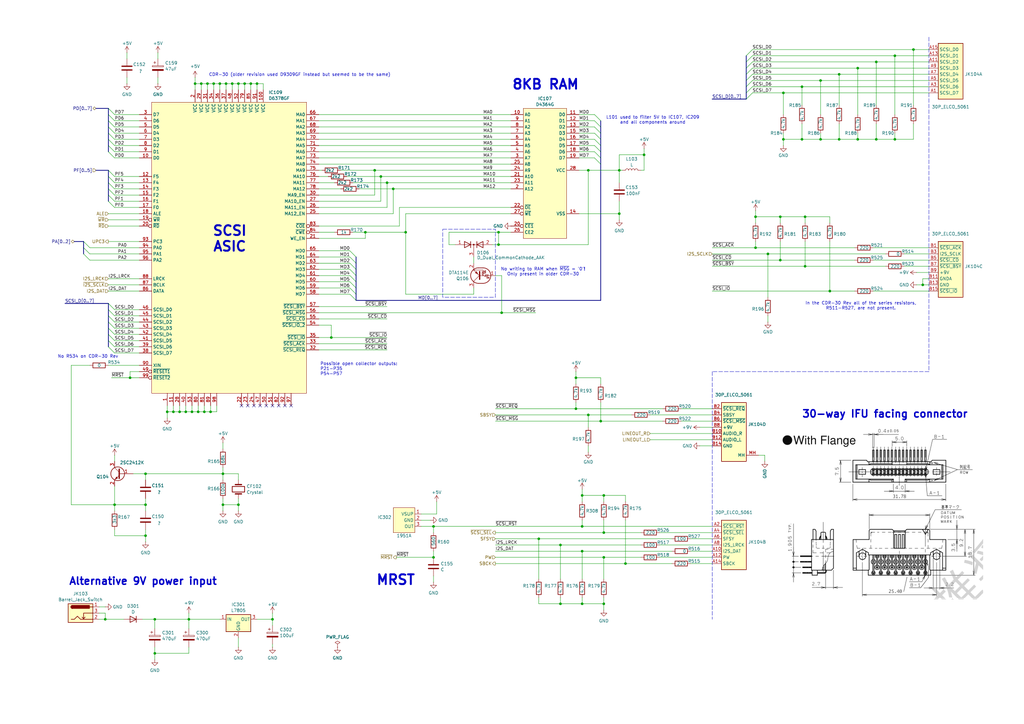
<source format=kicad_sch>
(kicad_sch (version 20231120) (generator "eeschema") (generator_version "8.0")
  (paper "A3")
  (title_block (title "PC-Engine CDR-30A (CD-ROM2) Schematics - MAIN PWR") (date "2025-02-09") (rev "0.3") (company "Author: Regis Galland"))
  (junction (at 205.74 128.27))
  (junction (at 314.96 104.14))
  (junction (at 321.31 57.15))
  (junction (at 330.2 88.9))
  (junction (at 161.29 77.47))
  (junction (at 80.01 34.29))
  (junction (at 320.04 106.68))
  (junction (at 59.69 219.71))
  (junction (at 105.41 34.29))
  (junction (at 378.46 116.84))
  (junction (at 246.38 172.72))
  (junction (at 330.2 109.22))
  (junction (at 247.65 228.6))
  (junction (at 204.47 95.25))
  (junction (at 68.58 168.91))
  (junction (at 91.44 194.31))
  (junction (at 83.82 168.91))
  (junction (at 340.36 119.38))
  (junction (at 238.76 203.2))
  (junction (at 254 69.85))
  (junction (at 43.18 254))
  (junction (at 97.79 34.29))
  (junction (at 367.03 57.15))
  (junction (at 177.8 228.6))
  (junction (at 309.88 101.6))
  (junction (at 351.79 57.15))
  (junction (at 156.21 72.39))
  (junction (at 247.65 203.2))
  (junction (at 63.5 254))
  (junction (at 166.37 95.25))
  (junction (at 321.31 38.1))
  (junction (at 90.17 34.29))
  (junction (at 247.65 247.65))
  (junction (at 254 87.63))
  (junction (at 374.65 20.32))
  (junction (at 77.47 254))
  (junction (at 238.76 226.06))
  (junction (at 91.44 207.01))
  (junction (at 86.36 168.91))
  (junction (at 238.76 247.65))
  (junction (at 95.25 34.29))
  (junction (at 87.63 34.29))
  (junction (at 320.04 88.9))
  (junction (at 220.98 220.98))
  (junction (at 73.66 168.91))
  (junction (at 359.41 57.15))
  (junction (at 158.75 74.93))
  (junction (at 229.87 223.52))
  (junction (at 82.55 34.29))
  (junction (at 153.67 69.85))
  (junction (at 351.79 27.94))
  (junction (at 135.89 138.43))
  (junction (at 309.88 88.9))
  (junction (at 336.55 33.02))
  (junction (at 238.76 215.9))
  (junction (at 236.22 167.64))
  (junction (at 328.93 35.56))
  (junction (at 78.74 168.91))
  (junction (at 59.69 207.01))
  (junction (at 367.03 22.86))
  (junction (at 236.22 154.94))
  (junction (at 336.55 57.15))
  (junction (at 76.2 168.91))
  (junction (at 344.17 57.15))
  (junction (at 247.65 218.44))
  (junction (at 71.12 168.91))
  (junction (at 241.3 69.85))
  (junction (at 241.3 170.18))
  (junction (at 100.33 34.29))
  (junction (at 63.5 267.97))
  (junction (at 328.93 57.15))
  (junction (at 59.69 194.31))
  (junction (at 46.99 207.01))
  (junction (at 359.41 25.4))
  (junction (at 81.28 168.91))
  (junction (at 92.71 34.29))
  (junction (at 97.79 207.01))
  (junction (at 53.34 154.94))
  (junction (at 344.17 30.48))
  (junction (at 111.76 254))
  (junction (at 102.87 34.29))
  (junction (at 264.16 63.5))
  (junction (at 85.09 34.29))
  (junction (at 177.8 215.9))
  (junction (at 149.86 95.25))
  (junction (at 229.87 247.65))
  (junction (at 204.47 100.33))
  (junction (at 256.54 231.14))
  (no_connect (at 109.22 166.37))
  (no_connect (at 104.14 166.37))
  (no_connect (at 116.84 166.37))
  (no_connect (at 106.68 166.37))
  (no_connect (at 101.6 166.37))
  (no_connect (at 119.38 166.37))
  (no_connect (at 99.06 166.37))
  (no_connect (at 114.3 166.37))
  (no_connect (at 111.76 166.37))
  (bus_entry (at 44.45 57.15) (size 2.54 2.54))
  (bus_entry (at 306.07 22.86) (size 2.54 -2.54))
  (bus_entry (at 44.45 59.69) (size 2.54 2.54))
  (bus_entry (at 34.29 104.14) (size 2.54 2.54))
  (bus_entry (at 46.99 74.93) (size -2.54 -2.54))
  (bus_entry (at 243.84 46.99) (size 2.54 2.54))
  (bus_entry (at 44.45 139.7) (size 2.54 2.54))
  (bus_entry (at 243.84 49.53) (size 2.54 2.54))
  (bus_entry (at 46.99 85.09) (size -2.54 -2.54))
  (bus_entry (at 44.45 44.45) (size 2.54 2.54))
  (bus_entry (at 306.07 25.4) (size 2.54 -2.54))
  (bus_entry (at 143.51 118.11) (size 2.54 2.54))
  (bus_entry (at 143.51 102.87) (size 2.54 2.54))
  (bus_entry (at 306.07 33.02) (size 2.54 -2.54))
  (bus_entry (at 243.84 54.61) (size 2.54 2.54))
  (bus_entry (at 34.29 101.6) (size 2.54 2.54))
  (bus_entry (at 46.99 77.47) (size -2.54 -2.54))
  (bus_entry (at 44.45 52.07) (size 2.54 2.54))
  (bus_entry (at 46.99 80.01) (size -2.54 -2.54))
  (bus_entry (at 306.07 35.56) (size 2.54 -2.54))
  (bus_entry (at 44.45 124.46) (size 2.54 2.54))
  (bus_entry (at 44.45 62.23) (size 2.54 2.54))
  (bus_entry (at 243.84 52.07) (size 2.54 2.54))
  (bus_entry (at 44.45 46.99) (size 2.54 2.54))
  (bus_entry (at 143.51 113.03) (size 2.54 2.54))
  (bus_entry (at 143.51 110.49) (size 2.54 2.54))
  (bus_entry (at 44.45 134.62) (size 2.54 2.54))
  (bus_entry (at 44.45 132.08) (size 2.54 2.54))
  (bus_entry (at 46.99 82.55) (size -2.54 -2.54))
  (bus_entry (at 243.84 57.15) (size 2.54 2.54))
  (bus_entry (at 143.51 120.65) (size 2.54 2.54))
  (bus_entry (at 306.07 30.48) (size 2.54 -2.54))
  (bus_entry (at 143.51 105.41) (size 2.54 2.54))
  (bus_entry (at 143.51 115.57) (size 2.54 2.54))
  (bus_entry (at 44.45 49.53) (size 2.54 2.54))
  (bus_entry (at 44.45 129.54) (size 2.54 2.54))
  (bus_entry (at 243.84 59.69) (size 2.54 2.54))
  (bus_entry (at 306.07 40.64) (size 2.54 -2.54))
  (bus_entry (at 306.07 38.1) (size 2.54 -2.54))
  (bus_entry (at 44.45 137.16) (size 2.54 2.54))
  (bus_entry (at 44.45 127) (size 2.54 2.54))
  (bus_entry (at 46.99 72.39) (size -2.54 -2.54))
  (bus_entry (at 34.29 99.06) (size 2.54 2.54))
  (bus_entry (at 44.45 54.61) (size 2.54 2.54))
  (bus_entry (at 243.84 62.23) (size 2.54 2.54))
  (bus_entry (at 143.51 107.95) (size 2.54 2.54))
  (bus_entry (at 243.84 64.77) (size 2.54 2.54))
  (bus_entry (at 306.07 27.94) (size 2.54 -2.54))
  (bus_entry (at 44.45 142.24) (size 2.54 2.54))
  (wire (pts (xy 238.76 203.2) (xy 247.65 203.2)))
  (wire (pts (xy 328.93 35.56) (xy 328.93 43.18)))
  (wire (pts (xy 179.07 205.74) (xy 179.07 210.82)))
  (wire (pts (xy 243.84 52.07) (xy 237.49 52.07)))
  (wire (pts (xy 68.58 168.91) (xy 71.12 168.91)))
  (wire (pts (xy 241.3 170.18) (xy 259.08 170.18)))
  (wire (pts (xy 236.22 154.94) (xy 236.22 152.4)))
  (wire (pts (xy 68.58 171.45) (xy 68.58 168.91)))
  (wire (pts (xy 264.16 60.96) (xy 264.16 63.5)))
  (wire (pts (xy 97.79 204.47) (xy 97.79 207.01)))
  (wire (pts (xy 156.21 72.39) (xy 209.55 72.39)))
  (wire (pts (xy 264.16 63.5) (xy 264.16 69.85)))
  (wire (pts (xy 97.79 209.55) (xy 97.79 207.01)))
  (wire (pts (xy 163.83 85.09) (xy 209.55 85.09)))
  (wire (pts (xy 367.03 57.15) (xy 359.41 57.15)))
  (wire (pts (xy 88.9 168.91) (xy 86.36 168.91)))
  (wire (pts (xy 85.09 36.83) (xy 85.09 34.29)))
  (bus (pts (xy 44.45 74.93) (xy 44.45 77.47)))
  (wire (pts (xy 57.15 152.4) (xy 53.34 152.4)))
  (wire (pts (xy 254 63.5) (xy 264.16 63.5)))
  (wire (pts (xy 83.82 166.37) (xy 83.82 168.91)))
  (wire (pts (xy 203.2 223.52) (xy 229.87 223.52)))
  (wire (pts (xy 130.81 69.85) (xy 132.08 69.85)))
  (wire (pts (xy 381 33.02) (xy 336.55 33.02)))
  (wire (pts (xy 52.07 31.75) (xy 52.07 34.29)))
  (wire (pts (xy 90.17 254) (xy 77.47 254)))
  (wire (pts (xy 46.99 52.07) (xy 57.15 52.07)))
  (bus (pts (xy 44.45 57.15) (xy 44.45 59.69)))
  (wire (pts (xy 87.63 36.83) (xy 87.63 34.29)))
  (wire (pts (xy 29.21 207.01) (xy 29.21 149.86)))
  (wire (pts (xy 243.84 46.99) (xy 237.49 46.99)))
  (wire (pts (xy 95.25 36.83) (xy 95.25 34.29)))
  (wire (pts (xy 85.09 34.29) (xy 82.55 34.29)))
  (wire (pts (xy 203.2 226.06) (xy 238.76 226.06)))
  (wire (pts (xy 92.71 36.83) (xy 92.71 34.29)))
  (wire (pts (xy 320.04 88.9) (xy 320.04 91.44)))
  (wire (pts (xy 130.81 87.63) (xy 161.29 87.63)))
  (wire (pts (xy 59.69 219.71) (xy 59.69 222.25)))
  (wire (pts (xy 166.37 120.65) (xy 166.37 95.25)))
  (wire (pts (xy 374.65 50.8) (xy 374.65 57.15)))
  (wire (pts (xy 77.47 254) (xy 77.47 251.46)))
  (wire (pts (xy 254 69.85) (xy 241.3 69.85)))
  (wire (pts (xy 40.64 251.46) (xy 43.18 251.46)))
  (wire (pts (xy 46.99 82.55) (xy 57.15 82.55)))
  (bus (pts (xy 34.29 101.6) (xy 34.29 99.06)))
  (wire (pts (xy 262.89 223.52) (xy 229.87 223.52)))
  (wire (pts (xy 130.81 113.03) (xy 143.51 113.03)))
  (wire (pts (xy 130.81 110.49) (xy 143.51 110.49)))
  (wire (pts (xy 130.81 72.39) (xy 134.62 72.39)))
  (wire (pts (xy 247.65 203.2) (xy 256.54 203.2)))
  (wire (pts (xy 46.99 57.15) (xy 57.15 57.15)))
  (wire (pts (xy 292.1 101.6) (xy 309.88 101.6)))
  (wire (pts (xy 203.2 172.72) (xy 246.38 172.72)))
  (wire (pts (xy 254 90.17) (xy 254 87.63)))
  (wire (pts (xy 247.65 247.65) (xy 247.65 250.19)))
  (wire (pts (xy 130.81 64.77) (xy 209.55 64.77)))
  (wire (pts (xy 130.81 118.11) (xy 143.51 118.11)))
  (wire (pts (xy 130.81 57.15) (xy 209.55 57.15)))
  (wire (pts (xy 107.95 34.29) (xy 105.41 34.29)))
  (bus (pts (xy 44.45 137.16) (xy 44.45 139.7)))
  (wire (pts (xy 130.81 67.31) (xy 209.55 67.31)))
  (wire (pts (xy 321.31 38.1) (xy 321.31 46.99)))
  (wire (pts (xy 77.47 254) (xy 77.47 257.81)))
  (bus (pts (xy 246.38 54.61) (xy 246.38 57.15)))
  (wire (pts (xy 344.17 30.48) (xy 344.17 43.18)))
  (bus (pts (xy 44.45 127) (xy 44.45 129.54)))
  (wire (pts (xy 374.65 20.32) (xy 374.65 43.18)))
  (wire (pts (xy 88.9 166.37) (xy 88.9 168.91)))
  (wire (pts (xy 243.84 62.23) (xy 237.49 62.23)))
  (bus (pts (xy 146.05 110.49) (xy 146.05 113.03)))
  (wire (pts (xy 358.14 119.38) (xy 381 119.38)))
  (wire (pts (xy 158.75 74.93) (xy 209.55 74.93)))
  (wire (pts (xy 314.96 104.14) (xy 314.96 121.92)))
  (wire (pts (xy 247.65 237.49) (xy 247.65 228.6)))
  (wire (pts (xy 367.03 54.61) (xy 367.03 57.15)))
  (wire (pts (xy 243.84 64.77) (xy 237.49 64.77)))
  (bus (pts (xy 44.45 49.53) (xy 44.45 52.07)))
  (wire (pts (xy 46.99 144.78) (xy 57.15 144.78)))
  (wire (pts (xy 378.46 114.3) (xy 378.46 116.84)))
  (wire (pts (xy 246.38 165.1) (xy 246.38 172.72)))
  (wire (pts (xy 45.72 154.94) (xy 53.34 154.94)))
  (wire (pts (xy 63.5 254) (xy 77.47 254)))
  (wire (pts (xy 82.55 36.83) (xy 82.55 34.29)))
  (wire (pts (xy 100.33 34.29) (xy 102.87 34.29)))
  (wire (pts (xy 367.03 22.86) (xy 308.61 22.86)))
  (bus (pts (xy 44.45 80.01) (xy 44.45 77.47)))
  (wire (pts (xy 309.88 88.9) (xy 320.04 88.9)))
  (wire (pts (xy 266.7 170.18) (xy 292.1 170.18)))
  (wire (pts (xy 161.29 87.63) (xy 161.29 77.47)))
  (wire (pts (xy 130.81 62.23) (xy 209.55 62.23)))
  (wire (pts (xy 203.2 220.98) (xy 220.98 220.98)))
  (wire (pts (xy 97.79 34.29) (xy 95.25 34.29)))
  (wire (pts (xy 105.41 254) (xy 111.76 254)))
  (wire (pts (xy 266.7 180.34) (xy 292.1 180.34)))
  (wire (pts (xy 130.81 143.51) (xy 158.75 143.51)))
  (wire (pts (xy 130.81 105.41) (xy 143.51 105.41)))
  (wire (pts (xy 172.72 210.82) (xy 179.07 210.82)))
  (bus (pts (xy 146.05 115.57) (xy 146.05 118.11)))
  (wire (pts (xy 351.79 57.15) (xy 344.17 57.15)))
  (wire (pts (xy 336.55 57.15) (xy 328.93 57.15)))
  (wire (pts (xy 100.33 36.83) (xy 100.33 34.29)))
  (wire (pts (xy 308.61 27.94) (xy 351.79 27.94)))
  (wire (pts (xy 63.5 257.81) (xy 63.5 254)))
  (bus (pts (xy 246.38 57.15) (xy 246.38 59.69)))
  (wire (pts (xy 44.45 87.63) (xy 57.15 87.63)))
  (wire (pts (xy 275.59 226.06) (xy 238.76 226.06)))
  (wire (pts (xy 46.99 219.71) (xy 59.69 219.71)))
  (wire (pts (xy 149.86 97.79) (xy 149.86 95.25)))
  (wire (pts (xy 375.92 111.76) (xy 381 111.76)))
  (bus (pts (xy 146.05 105.41) (xy 146.05 107.95)))
  (wire (pts (xy 86.36 166.37) (xy 86.36 168.91)))
  (wire (pts (xy 203.2 170.18) (xy 241.3 170.18)))
  (wire (pts (xy 59.69 204.47) (xy 59.69 207.01)))
  (wire (pts (xy 243.84 59.69) (xy 237.49 59.69)))
  (wire (pts (xy 359.41 25.4) (xy 359.41 43.18)))
  (wire (pts (xy 83.82 168.91) (xy 86.36 168.91)))
  (wire (pts (xy 105.41 36.83) (xy 105.41 34.29)))
  (wire (pts (xy 130.81 80.01) (xy 153.67 80.01)))
  (wire (pts (xy 46.99 49.53) (xy 57.15 49.53)))
  (wire (pts (xy 340.36 119.38) (xy 350.52 119.38)))
  (wire (pts (xy 177.8 226.06) (xy 177.8 228.6)))
  (bus (pts (xy 30.48 99.06) (xy 34.29 99.06)))
  (wire (pts (xy 219.71 128.27) (xy 205.74 128.27)))
  (wire (pts (xy 256.54 213.36) (xy 256.54 231.14)))
  (wire (pts (xy 59.69 194.31) (xy 59.69 196.85)))
  (wire (pts (xy 87.63 34.29) (xy 85.09 34.29)))
  (bus (pts (xy 44.45 69.85) (xy 44.45 72.39)))
  (wire (pts (xy 236.22 154.94) (xy 246.38 154.94)))
  (wire (pts (xy 107.95 36.83) (xy 107.95 34.29)))
  (wire (pts (xy 381 30.48) (xy 344.17 30.48)))
  (wire (pts (xy 320.04 99.06) (xy 320.04 106.68)))
  (wire (pts (xy 161.29 77.47) (xy 209.55 77.47)))
  (wire (pts (xy 229.87 237.49) (xy 229.87 223.52)))
  (polyline (pts (xy 381 15.24) (xy 381 152.4)) (stroke (width 0) (type dash)))
  (wire (pts (xy 238.76 213.36) (xy 238.76 215.9)))
  (wire (pts (xy 308.61 35.56) (xy 328.93 35.56)))
  (wire (pts (xy 63.5 254) (xy 58.42 254)))
  (wire (pts (xy 359.41 57.15) (xy 351.79 57.15)))
  (bus (pts (xy 26.67 124.46) (xy 44.45 124.46)))
  (wire (pts (xy 44.45 114.3) (xy 57.15 114.3)))
  (wire (pts (xy 176.53 213.36) (xy 172.72 213.36)))
  (wire (pts (xy 166.37 87.63) (xy 209.55 87.63)))
  (wire (pts (xy 130.81 133.35) (xy 135.89 133.35)))
  (wire (pts (xy 246.38 172.72) (xy 271.78 172.72)))
  (bus (pts (xy 146.05 113.03) (xy 146.05 115.57)))
  (wire (pts (xy 330.2 88.9) (xy 330.2 91.44)))
  (wire (pts (xy 209.55 95.25) (xy 204.47 95.25)))
  (wire (pts (xy 130.81 115.57) (xy 143.51 115.57)))
  (bus (pts (xy 44.45 54.61) (xy 44.45 57.15)))
  (wire (pts (xy 80.01 34.29) (xy 80.01 36.83)))
  (wire (pts (xy 378.46 116.84) (xy 381 116.84)))
  (wire (pts (xy 241.3 100.33) (xy 241.3 69.85)))
  (wire (pts (xy 78.74 166.37) (xy 78.74 168.91)))
  (wire (pts (xy 262.89 228.6) (xy 247.65 228.6)))
  (wire (pts (xy 340.36 99.06) (xy 340.36 119.38)))
  (wire (pts (xy 142.24 72.39) (xy 156.21 72.39)))
  (wire (pts (xy 309.88 101.6) (xy 350.52 101.6)))
  (wire (pts (xy 95.25 34.29) (xy 92.71 34.29)))
  (wire (pts (xy 203.2 231.14) (xy 256.54 231.14)))
  (wire (pts (xy 287.02 175.26) (xy 292.1 175.26)))
  (wire (pts (xy 130.81 77.47) (xy 139.7 77.47)))
  (wire (pts (xy 36.83 106.68) (xy 57.15 106.68)))
  (wire (pts (xy 320.04 106.68) (xy 350.52 106.68)))
  (wire (pts (xy 57.15 154.94) (xy 53.34 154.94)))
  (wire (pts (xy 336.55 33.02) (xy 336.55 46.99)))
  (wire (pts (xy 90.17 34.29) (xy 87.63 34.29)))
  (wire (pts (xy 254 69.85) (xy 254 63.5)))
  (bus (pts (xy 146.05 118.11) (xy 146.05 120.65)))
  (bus (pts (xy 44.45 44.45) (xy 44.45 46.99)))
  (wire (pts (xy 177.8 215.9) (xy 238.76 215.9)))
  (wire (pts (xy 92.71 34.29) (xy 90.17 34.29)))
  (bus (pts (xy 306.07 35.56) (xy 306.07 33.02)))
  (wire (pts (xy 139.7 69.85) (xy 153.67 69.85)))
  (wire (pts (xy 46.99 132.08) (xy 57.15 132.08)))
  (wire (pts (xy 292.1 220.98) (xy 283.21 220.98)))
  (wire (pts (xy 309.88 99.06) (xy 309.88 101.6)))
  (wire (pts (xy 205.74 113.03) (xy 205.74 128.27)))
  (wire (pts (xy 256.54 231.14) (xy 275.59 231.14)))
  (wire (pts (xy 374.65 20.32) (xy 308.61 20.32)))
  (wire (pts (xy 184.15 95.25) (xy 184.15 100.33)))
  (wire (pts (xy 63.5 265.43) (xy 63.5 267.97)))
  (wire (pts (xy 46.99 207.01) (xy 59.69 207.01)))
  (wire (pts (xy 378.46 114.3) (xy 381 114.3)))
  (wire (pts (xy 44.45 99.06) (xy 57.15 99.06)))
  (wire (pts (xy 370.84 104.14) (xy 381 104.14)))
  (wire (pts (xy 44.45 92.71) (xy 57.15 92.71)))
  (wire (pts (xy 130.81 74.93) (xy 137.16 74.93)))
  (wire (pts (xy 292.1 223.52) (xy 270.51 223.52)))
  (wire (pts (xy 46.99 85.09) (xy 57.15 85.09)))
  (bus (pts (xy 146.05 120.65) (xy 146.05 123.19)))
  (wire (pts (xy 130.81 97.79) (xy 149.86 97.79)))
  (wire (pts (xy 81.28 168.91) (xy 83.82 168.91)))
  (wire (pts (xy 46.99 64.77) (xy 57.15 64.77)))
  (bus (pts (xy 44.45 129.54) (xy 44.45 132.08)))
  (wire (pts (xy 130.81 95.25) (xy 137.16 95.25)))
  (wire (pts (xy 344.17 50.8) (xy 344.17 57.15)))
  (wire (pts (xy 162.56 228.6) (xy 177.8 228.6)))
  (wire (pts (xy 156.21 72.39) (xy 156.21 82.55)))
  (wire (pts (xy 351.79 54.61) (xy 351.79 57.15)))
  (bus (pts (xy 246.38 64.77) (xy 246.38 67.31)))
  (wire (pts (xy 313.69 189.23) (xy 313.69 186.69)))
  (wire (pts (xy 330.2 99.06) (xy 330.2 109.22)))
  (wire (pts (xy 91.44 191.77) (xy 91.44 194.31)))
  (wire (pts (xy 97.79 265.43) (xy 97.79 261.62)))
  (wire (pts (xy 82.55 34.29) (xy 80.01 34.29)))
  (wire (pts (xy 130.81 85.09) (xy 158.75 85.09)))
  (wire (pts (xy 220.98 237.49) (xy 220.98 220.98)))
  (bus (pts (xy 39.37 44.45) (xy 44.45 44.45)))
  (wire (pts (xy 78.74 168.91) (xy 81.28 168.91)))
  (wire (pts (xy 130.81 52.07) (xy 209.55 52.07)))
  (wire (pts (xy 229.87 245.11) (xy 229.87 247.65)))
  (wire (pts (xy 46.99 209.55) (xy 46.99 207.01)))
  (wire (pts (xy 81.28 166.37) (xy 81.28 168.91)))
  (bus (pts (xy 306.07 27.94) (xy 306.07 25.4)))
  (wire (pts (xy 76.2 168.91) (xy 78.74 168.91)))
  (wire (pts (xy 97.79 36.83) (xy 97.79 34.29)))
  (wire (pts (xy 46.99 129.54) (xy 57.15 129.54)))
  (wire (pts (xy 320.04 88.9) (xy 330.2 88.9)))
  (wire (pts (xy 71.12 166.37) (xy 71.12 168.91)))
  (wire (pts (xy 130.81 102.87) (xy 143.51 102.87)))
  (wire (pts (xy 194.31 105.41) (xy 194.31 107.95)))
  (wire (pts (xy 111.76 254) (xy 111.76 256.54)))
  (bus (pts (xy 146.05 123.19) (xy 246.38 123.19)))
  (bus (pts (xy 146.05 107.95) (xy 146.05 110.49)))
  (wire (pts (xy 292.1 218.44) (xy 270.51 218.44)))
  (wire (pts (xy 247.65 213.36) (xy 247.65 218.44)))
  (wire (pts (xy 46.99 139.7) (xy 57.15 139.7)))
  (wire (pts (xy 238.76 203.2) (xy 238.76 205.74)))
  (wire (pts (xy 91.44 209.55) (xy 91.44 207.01)))
  (wire (pts (xy 90.17 36.83) (xy 90.17 34.29)))
  (bus (pts (xy 39.37 69.85) (xy 44.45 69.85)))
  (wire (pts (xy 292.1 228.6) (xy 270.51 228.6)))
  (wire (pts (xy 91.44 181.61) (xy 91.44 184.15)))
  (wire (pts (xy 367.03 22.86) (xy 367.03 46.99)))
  (wire (pts (xy 246.38 154.94) (xy 246.38 157.48)))
  (wire (pts (xy 44.45 116.84) (xy 57.15 116.84)))
  (wire (pts (xy 77.47 265.43) (xy 77.47 267.97)))
  (wire (pts (xy 194.31 118.11) (xy 194.31 120.65)))
  (wire (pts (xy 254 82.55) (xy 254 87.63)))
  (wire (pts (xy 53.34 154.94) (xy 53.34 152.4)))
  (bus (pts (xy 306.07 40.64) (xy 292.1 40.64)))
  (wire (pts (xy 177.8 215.9) (xy 177.8 218.44)))
  (wire (pts (xy 243.84 49.53) (xy 237.49 49.53)))
  (wire (pts (xy 247.65 247.65) (xy 238.76 247.65)))
  (wire (pts (xy 279.4 172.72) (xy 292.1 172.72)))
  (wire (pts (xy 241.3 175.26) (xy 241.3 170.18)))
  (wire (pts (xy 130.81 92.71) (xy 163.83 92.71)))
  (wire (pts (xy 340.36 88.9) (xy 330.2 88.9)))
  (wire (pts (xy 254 69.85) (xy 255.27 69.85)))
  (bus (pts (xy 44.45 134.62) (xy 44.45 137.16)))
  (wire (pts (xy 203.2 113.03) (xy 205.74 113.03)))
  (wire (pts (xy 153.67 69.85) (xy 209.55 69.85)))
  (bus (pts (xy 246.38 62.23) (xy 246.38 64.77)))
  (bus (pts (xy 44.45 59.69) (xy 44.45 62.23)))
  (wire (pts (xy 77.47 267.97) (xy 63.5 267.97)))
  (wire (pts (xy 264.16 69.85) (xy 262.89 69.85)))
  (wire (pts (xy 381 22.86) (xy 367.03 22.86)))
  (bus (pts (xy 306.07 25.4) (xy 306.07 22.86)))
  (wire (pts (xy 63.5 267.97) (xy 63.5 270.51)))
  (wire (pts (xy 201.93 100.33) (xy 204.47 100.33)))
  (wire (pts (xy 43.18 254) (xy 50.8 254)))
  (bus (pts (xy 44.45 52.07) (xy 44.45 54.61)))
  (wire (pts (xy 59.69 207.01) (xy 59.69 209.55)))
  (wire (pts (xy 256.54 203.2) (xy 256.54 205.74)))
  (wire (pts (xy 59.69 219.71) (xy 59.69 217.17)))
  (wire (pts (xy 184.15 95.25) (xy 204.47 95.25)))
  (wire (pts (xy 73.66 168.91) (xy 76.2 168.91)))
  (wire (pts (xy 309.88 88.9) (xy 309.88 86.36)))
  (wire (pts (xy 241.3 185.42) (xy 241.3 182.88)))
  (wire (pts (xy 308.61 30.48) (xy 344.17 30.48)))
  (wire (pts (xy 158.75 85.09) (xy 158.75 74.93)))
  (wire (pts (xy 91.44 196.85) (xy 91.44 194.31)))
  (wire (pts (xy 163.83 85.09) (xy 163.83 92.71)))
  (wire (pts (xy 91.44 194.31) (xy 97.79 194.31)))
  (wire (pts (xy 330.2 109.22) (xy 363.22 109.22)))
  (wire (pts (xy 153.67 69.85) (xy 153.67 80.01)))
  (wire (pts (xy 374.65 57.15) (xy 367.03 57.15)))
  (wire (pts (xy 254 87.63) (xy 237.49 87.63)))
  (wire (pts (xy 344.17 57.15) (xy 336.55 57.15)))
  (wire (pts (xy 340.36 91.44) (xy 340.36 88.9)))
  (wire (pts (xy 46.99 54.61) (xy 57.15 54.61)))
  (wire (pts (xy 97.79 207.01) (xy 91.44 207.01)))
  (bus (pts (xy 44.45 74.93) (xy 44.45 72.39)))
  (wire (pts (xy 130.81 59.69) (xy 209.55 59.69)))
  (wire (pts (xy 102.87 36.83) (xy 102.87 34.29)))
  (wire (pts (xy 243.84 54.61) (xy 237.49 54.61)))
  (wire (pts (xy 381 35.56) (xy 328.93 35.56)))
  (wire (pts (xy 52.07 21.59) (xy 52.07 24.13)))
  (wire (pts (xy 243.84 57.15) (xy 237.49 57.15)))
  (wire (pts (xy 292.1 119.38) (xy 340.36 119.38)))
  (wire (pts (xy 111.76 264.16) (xy 111.76 265.43)))
  (wire (pts (xy 46.99 80.01) (xy 57.15 80.01)))
  (wire (pts (xy 375.92 116.84) (xy 378.46 116.84)))
  (wire (pts (xy 172.72 215.9) (xy 177.8 215.9)))
  (bus (pts (xy 44.45 139.7) (xy 44.45 142.24)))
  (bus (pts (xy 44.45 82.55) (xy 44.45 80.01)))
  (wire (pts (xy 287.02 182.88) (xy 292.1 182.88)))
  (bus (pts (xy 44.45 132.08) (xy 44.45 134.62)))
  (polyline (pts (xy 381 152.4) (xy 292.1 152.4)) (stroke (width 0) (type dash)))
  (wire (pts (xy 46.99 127) (xy 57.15 127)))
  (wire (pts (xy 292.1 106.68) (xy 320.04 106.68)))
  (wire (pts (xy 254 69.85) (xy 254 74.93)))
  (wire (pts (xy 68.58 166.37) (xy 68.58 168.91)))
  (wire (pts (xy 292.1 226.06) (xy 283.21 226.06)))
  (wire (pts (xy 236.22 167.64) (xy 236.22 165.1)))
  (bus (pts (xy 246.38 67.31) (xy 246.38 123.19)))
  (wire (pts (xy 71.12 168.91) (xy 73.66 168.91)))
  (wire (pts (xy 292.1 109.22) (xy 330.2 109.22)))
  (bus (pts (xy 34.29 104.14) (xy 34.29 101.6)))
  (wire (pts (xy 236.22 167.64) (xy 271.78 167.64)))
  (wire (pts (xy 204.47 95.25) (xy 204.47 100.33)))
  (bus (pts (xy 306.07 33.02) (xy 306.07 30.48)))
  (wire (pts (xy 46.99 46.99) (xy 57.15 46.99)))
  (wire (pts (xy 321.31 54.61) (xy 321.31 57.15)))
  (wire (pts (xy 44.45 90.17) (xy 57.15 90.17)))
  (wire (pts (xy 203.2 228.6) (xy 247.65 228.6)))
  (wire (pts (xy 29.21 149.86) (xy 36.83 149.86)))
  (wire (pts (xy 64.77 31.75) (xy 64.77 34.29)))
  (wire (pts (xy 236.22 154.94) (xy 236.22 157.48)))
  (wire (pts (xy 46.99 186.69) (xy 46.99 189.23)))
  (wire (pts (xy 309.88 88.9) (xy 309.88 91.44)))
  (wire (pts (xy 135.89 138.43) (xy 158.75 138.43)))
  (bus (pts (xy 306.07 30.48) (xy 306.07 27.94)))
  (wire (pts (xy 144.78 95.25) (xy 149.86 95.25)))
  (wire (pts (xy 46.99 59.69) (xy 57.15 59.69)))
  (wire (pts (xy 102.87 34.29) (xy 105.41 34.29)))
  (wire (pts (xy 266.7 177.8) (xy 292.1 177.8)))
  (wire (pts (xy 238.76 247.65) (xy 229.87 247.65)))
  (wire (pts (xy 46.99 142.24) (xy 57.15 142.24)))
  (wire (pts (xy 279.4 167.64) (xy 292.1 167.64)))
  (wire (pts (xy 381 20.32) (xy 374.65 20.32)))
  (wire (pts (xy 80.01 31.75) (xy 80.01 34.29)))
  (wire (pts (xy 44.45 149.86) (xy 57.15 149.86)))
  (wire (pts (xy 292.1 104.14) (xy 314.96 104.14)))
  (wire (pts (xy 130.81 54.61) (xy 209.55 54.61)))
  (wire (pts (xy 40.64 254) (xy 43.18 254)))
  (wire (pts (xy 238.76 237.49) (xy 238.76 226.06)))
  (wire (pts (xy 203.2 218.44) (xy 247.65 218.44)))
  (wire (pts (xy 247.65 247.65) (xy 247.65 245.11)))
  (wire (pts (xy 328.93 50.8) (xy 328.93 57.15)))
  (wire (pts (xy 381 25.4) (xy 359.41 25.4)))
  (wire (pts (xy 54.61 194.31) (xy 59.69 194.31)))
  (wire (pts (xy 46.99 72.39) (xy 57.15 72.39)))
  (wire (pts (xy 149.86 95.25) (xy 166.37 95.25)))
  (bus (pts (xy 44.45 124.46) (xy 44.45 127)))
  (wire (pts (xy 381 27.94) (xy 351.79 27.94)))
  (wire (pts (xy 46.99 207.01) (xy 29.21 207.01)))
  (wire (pts (xy 321.31 57.15) (xy 321.31 59.69)))
  (wire (pts (xy 177.8 236.22) (xy 177.8 238.76)))
  (wire (pts (xy 46.99 217.17) (xy 46.99 219.71)))
  (wire (pts (xy 262.89 218.44) (xy 247.65 218.44)))
  (wire (pts (xy 358.14 106.68) (xy 381 106.68)))
  (wire (pts (xy 204.47 100.33) (xy 241.3 100.33)))
  (wire (pts (xy 359.41 50.8) (xy 359.41 57.15)))
  (wire (pts (xy 46.99 74.93) (xy 57.15 74.93)))
  (wire (pts (xy 130.81 140.97) (xy 158.75 140.97)))
  (wire (pts (xy 130.81 82.55) (xy 156.21 82.55)))
  (bus (pts (xy 246.38 59.69) (xy 246.38 62.23)))
  (wire (pts (xy 46.99 134.62) (xy 57.15 134.62)))
  (wire (pts (xy 229.87 247.65) (xy 220.98 247.65)))
  (wire (pts (xy 336.55 54.61) (xy 336.55 57.15)))
  (wire (pts (xy 59.69 194.31) (xy 91.44 194.31)))
  (wire (pts (xy 194.31 120.65) (xy 166.37 120.65)))
  (bus (pts (xy 246.38 49.53) (xy 246.38 52.07)))
  (wire (pts (xy 76.2 166.37) (xy 76.2 168.91)))
  (wire (pts (xy 111.76 251.46) (xy 111.76 254)))
  (bus (pts (xy 306.07 40.64) (xy 306.07 38.1)))
  (wire (pts (xy 100.33 34.29) (xy 97.79 34.29)))
  (wire (pts (xy 130.81 49.53) (xy 209.55 49.53)))
  (wire (pts (xy 308.61 33.02) (xy 336.55 33.02)))
  (wire (pts (xy 130.81 46.99) (xy 209.55 46.99)))
  (wire (pts (xy 91.44 204.47) (xy 91.44 207.01)))
  (wire (pts (xy 43.18 248.92) (xy 40.64 248.92)))
  (wire (pts (xy 203.2 167.64) (xy 236.22 167.64)))
  (wire (pts (xy 314.96 129.54) (xy 314.96 132.08)))
  (wire (pts (xy 351.79 27.94) (xy 351.79 46.99)))
  (wire (pts (xy 358.14 101.6) (xy 381 101.6)))
  (wire (pts (xy 241.3 69.85) (xy 237.49 69.85)))
  (wire (pts (xy 292.1 231.14) (xy 283.21 231.14)))
  (wire (pts (xy 308.61 38.1) (xy 321.31 38.1)))
  (wire (pts (xy 130.81 130.81) (xy 158.75 130.81)))
  (wire (pts (xy 321.31 38.1) (xy 381 38.1)))
  (wire (pts (xy 311.15 186.69) (xy 313.69 186.69)))
  (wire (pts (xy 36.83 104.14) (xy 57.15 104.14)))
  (wire (pts (xy 64.77 21.59) (xy 64.77 24.13)))
  (wire (pts (xy 130.81 120.65) (xy 143.51 120.65)))
  (wire (pts (xy 46.99 62.23) (xy 57.15 62.23)))
  (wire (pts (xy 73.66 166.37) (xy 73.66 168.91)))
  (wire (pts (xy 275.59 220.98) (xy 220.98 220.98)))
  (wire (pts (xy 130.81 107.95) (xy 143.51 107.95)))
  (wire (pts (xy 43.18 251.46) (xy 43.18 254)))
  (wire (pts (xy 135.89 133.35) (xy 135.89 138.43)))
  (wire (pts (xy 97.79 194.31) (xy 97.79 196.85)))
  (wire (pts (xy 314.96 104.14) (xy 363.22 104.14)))
  (wire (pts (xy 130.81 138.43) (xy 135.89 138.43)))
  (wire (pts (xy 359.41 25.4) (xy 308.61 25.4)))
  (polyline (pts (xy 292.1 152.4) (xy 292.1 254)) (stroke (width 0) (type dash)))
  (wire (pts (xy 328.93 57.15) (xy 321.31 57.15)))
  (wire (pts (xy 44.45 119.38) (xy 57.15 119.38)))
  (wire (pts (xy 46.99 199.39) (xy 46.99 207.01)))
  (bus (pts (xy 306.07 38.1) (xy 306.07 35.56)))
  (bus (pts (xy 246.38 52.07) (xy 246.38 54.61)))
  (wire (pts (xy 46.99 137.16) (xy 57.15 137.16)))
  (wire (pts (xy 130.81 125.73) (xy 158.75 125.73)))
  (wire (pts (xy 238.76 200.66) (xy 238.76 203.2)))
  (bus (pts (xy 44.45 46.99) (xy 44.45 49.53)))
  (wire (pts (xy 220.98 247.65) (xy 220.98 245.11)))
  (wire (pts (xy 247.65 203.2) (xy 247.65 205.74)))
  (wire (pts (xy 370.84 109.22) (xy 381 109.22)))
  (wire (pts (xy 36.83 101.6) (xy 57.15 101.6)))
  (wire (pts (xy 238.76 247.65) (xy 238.76 245.11)))
  (wire (pts (xy 147.32 77.47) (xy 161.29 77.47)))
  (wire (pts (xy 292.1 215.9) (xy 238.76 215.9)))
  (wire (pts (xy 46.99 77.47) (xy 57.15 77.47)))
  (wire (pts (xy 184.15 100.33) (xy 186.69 100.33)))
  (wire (pts (xy 130.81 128.27) (xy 205.74 128.27)))
  (wire (pts (xy 166.37 95.25) (xy 166.37 87.63)))
  (wire (pts (xy 144.78 74.93) (xy 158.75 74.93)))
  (rectangle (start 181.61 93.98) (end 203.2 121.92) (stroke (width 0) (type dash)))
  (image (at 361.696 210.058))
  (text "MRST" (at 162.306 237.998 0) (effects (font (size 4 4) (thickness 0.8) (bold yes))))
  (text "No R534 on CDR-30 Rev" (at 36.068 146.304 0) (effects (font (size 1.27 1.27))))
  (text "30-way IFU facing connector" (at 362.966 169.926 0) (effects (font (size 3 3) (thickness 0.6) (bold yes))))
  (text "L101 used to filter 5V to IC107, IC209\nand all components around" (at 267.716 49.276 0) (effects (font (size 1.27 1.27))))
  (text "8KB RAM" (at 223.774 34.798 0) (effects (font (size 4 4) (thickness 0.8) (bold yes))))
  (text "Possible open collector outputs:\nP21-P35\nP54-P57\n" (at 131.318 151.384 0) (effects (font (size 1.27 1.27)) (justify left)))
  (text "No writing to RAM when ~{MSG} = '0'!\nOnly present in older CDR-30" (at 222.758 111.506 0) (effects (font (size 1.27 1.27))))
  (text "SCSI\nASIC" (at 94.234 98.044 0) (effects (font (size 4 4) (thickness 0.8) (bold yes))))
  (text "In the CDR-30 Rev all of the series resistors,\nR511-R527, are not present." (at 353.06 125.476 0) (effects (font (size 1.27 1.27))))
  (text "Alternative 9V power input" (at 58.674 240.284 0) (effects (font (size 3 3) (thickness 0.6) (bold yes)) (justify bottom)))
  (text "CDR-30 (older revision used D9309GF instead but seemed to be the same)" (at 122.936 30.734 0) (effects (font (size 1.27 1.27))))
  (label "MD2" (at 237.49 52.07 0))
  (label "SCSI_D1" (at 308.61 22.86 0))
  (label "MA10" (at 198.12 72.39 0))
  (label "PA1" (at 48.26 104.14 0))
  (label "SCSI_D6" (at 308.61 35.56 0))
  (label "MD[0..7]" (at 171.45 123.19 0))
  (label "MD1" (at 237.49 49.53 0))
  (label "I2S_DAT" (at 203.2 226.06 0))
  (label "MA9" (at 198.12 69.85 0))
  (label "~{SCSI_RST}" (at 203.2 215.9 0))
  (label "~{SCSI_CD}" (at 158.75 130.81 180))
  (label "PD3" (at 46.99 57.15 0))
  (label "PD6" (at 46.99 49.53 0))
  (label "~{MRST}" (at 162.56 228.6 0))
  (label "MD5" (at 237.49 59.69 0))
  (label "MA3" (at 198.12 54.61 0))
  (label "~{MRST}" (at 45.72 154.94 0))
  (label "~{SCSI_IO}" (at 158.75 138.43 180))
  (label "MA0" (at 198.12 46.99 0))
  (label "SCSI_D5" (at 46.99 139.7 0))
  (label "MD4" (at 143.51 113.03 180))
  (label "PD1" (at 46.99 62.23 0))
  (label "SCSI_D[0..7]" (at 26.67 124.46 0))
  (label "PD7" (at 46.99 46.99 0))
  (label "MA1" (at 198.12 49.53 0))
  (label "PD0" (at 46.99 64.77 0))
  (label "PF5" (at 46.99 72.39 0))
  (label "SCSI_D4" (at 46.99 137.16 0))
  (label "I2S_LRCK" (at 203.2 223.52 0))
  (label "~{SCSI_REQ}" (at 203.2 167.64 0))
  (label "SCSI_D3" (at 308.61 27.94 0))
  (label "MD0" (at 143.51 102.87 180))
  (label "SCSI_D[0..7]" (at 292.1 40.64 0))
  (label "MD0" (at 237.49 46.99 0))
  (label "PA2" (at 48.26 106.68 0))
  (label "SCSI_D7" (at 46.99 144.78 0))
  (label "SCSI_D4" (at 308.61 30.48 0))
  (label "MA7" (at 198.12 64.77 0))
  (label "MD5" (at 143.51 115.57 180))
  (label "~{SCSI_BSY}" (at 292.1 109.22 0))
  (label "PF1" (at 46.99 82.55 0))
  (label "PD5" (at 46.99 52.07 0))
  (label "PA0" (at 48.26 101.6 0))
  (label "SCSI_D3" (at 46.99 134.62 0))
  (label "~{SCSI_MSG}" (at 219.71 128.27 180))
  (label "SCSI_D0" (at 308.61 20.32 0))
  (label "~{SCSI_ACK}" (at 292.1 101.6 0))
  (label "MA8" (at 198.12 67.31 0))
  (label "MA6" (at 198.12 62.23 0))
  (label "I2S_LRCK" (at 44.45 114.3 0))
  (label "MA11" (at 198.12 74.93 0))
  (label "MD6" (at 143.51 118.11 180))
  (label "PD4" (at 46.99 54.61 0))
  (label "PF3" (at 46.99 77.47 0))
  (label "SCSI_D1" (at 46.99 129.54 0))
  (label "MD7" (at 237.49 64.77 0))
  (label "PF0" (at 46.99 85.09 0))
  (label "SCSI_D2" (at 308.61 25.4 0))
  (label "PD2" (at 46.99 59.69 0))
  (label "SCSI_D2" (at 46.99 132.08 0))
  (label "SCSI_D6" (at 46.99 142.24 0))
  (label "MD3" (at 143.51 110.49 180))
  (label "PF2" (at 46.99 80.01 0))
  (label "MD6" (at 237.49 62.23 0))
  (label "SCSI_D0" (at 46.99 127 0))
  (label "MD3" (at 237.49 54.61 0))
  (label "MA2" (at 198.12 52.07 0))
  (label "MD2" (at 143.51 107.95 180))
  (label "~{SCSI_IO}" (at 292.1 119.38 0))
  (label "MA4" (at 198.12 57.15 0))
  (label "~{SCSI_BSY}" (at 158.75 125.73 180))
  (label "MD4" (at 237.49 57.15 0))
  (label "~{SCSI_MSG}" (at 203.2 172.72 0))
  (label "MA12" (at 198.12 77.47 0))
  (label "I2S_DAT" (at 44.45 119.38 0))
  (label "PF4" (at 46.99 74.93 0))
  (label "~{SCSI_REQ}" (at 158.75 143.51 180))
  (label "SCSI_D7" (at 308.61 38.1 0))
  (label "SCSI_D5" (at 308.61 33.02 0))
  (label "~{SCSI_ACK}" (at 158.75 140.97 180))
  (label "MD7" (at 143.51 120.65 180))
  (label "MA5" (at 198.12 59.69 0))
  (label "~{SCSI_CD}" (at 292.1 106.68 0))
  (label "MD1" (at 143.51 105.41 180))
  (hierarchical_label "~{WR}" (shape input) (at 44.45 90.17 180))
  (hierarchical_label "ALE" (shape input) (at 44.45 87.63 180))
  (hierarchical_label "I2S_LRCK" (shape input) (at 44.45 114.3 180))
  (hierarchical_label "PF[0..5]" (shape input) (at 39.37 69.85 180))
  (hierarchical_label "SFSY" (shape input) (at 203.2 220.98 180))
  (hierarchical_label "LINEOUT_L" (shape input) (at 266.7 180.34 180))
  (hierarchical_label "~{MRST}" (shape output) (at 162.56 228.6 180))
  (hierarchical_label "SBSY" (shape input) (at 203.2 170.18 180))
  (hierarchical_label "UPC3" (shape output) (at 44.45 99.06 180))
  (hierarchical_label "~{SCSI_SEL}" (shape output) (at 203.2 218.44 180))
  (hierarchical_label "PD[0..7]" (shape bidirectional) (at 39.37 44.45 180))
  (hierarchical_label "LINEOUT_R" (shape input) (at 266.7 177.8 180))
  (hierarchical_label "~{I2S_SCLK}" (shape input) (at 44.45 116.84 180))
  (hierarchical_label "I2S_DAT" (shape input) (at 44.45 119.38 180))
  (hierarchical_label "PW" (shape input) (at 203.2 228.6 180))
  (hierarchical_label "I2S_SCLK" (shape input) (at 292.1 104.14 180))
  (hierarchical_label "SBCK" (shape output) (at 203.2 231.14 180))
  (hierarchical_label "PA[0..2]" (shape bidirectional) (at 30.48 99.06 180))
  (hierarchical_label "~{RD}" (shape input) (at 44.45 92.71 180))
  (symbol (lib_id "Device:R") (at 236.22 161.29 0) (mirror x) (unit 1)
    (property "Reference" "R193" (at 242.824 160.274 0) (effects (justify right)))
    (property "Value" "4.7k" (at 236.22 163.322 90) (effects (justify right)))
    (property "Footprint" "Resistor_SMD:R_0603_1608Metric" (effects (hide yes)))
  )
  (symbol (lib_id "power:+5V") (at 52.07 21.59 0) (mirror y) (unit 1)
    (property "Reference" "#PWR0164" (effects (hide yes)))
    (property "Value" "+5V" (at 52.07 17.78 0))
    (property "Description" "Power symbol creates a global label with name \"+5V\"" (effects (hide yes)))
  )
  (symbol (lib_id "power:+9V") (at 287.02 175.26 90) (unit 1)
    (property "Reference" "#PWR0151" (effects (hide yes)))
    (property "Value" "+9V" (at 283.8451 175.26 90) (effects (justify left)))
    (property "Description" "Power symbol creates a global label with name \"+9V\"" (effects (hide yes)))
  )
  (symbol (lib_id "power:+5V") (at 46.99 186.69 0) (unit 1)
    (property "Reference" "#PWR0163" (effects (hide yes)))
    (property "Value" "+5V" (at 46.99 182.88 0))
    (property "Description" "Power symbol creates a global label with name \"+5V\"" (effects (hide yes)))
  )
  (symbol (lib_id "PC-Engine_CDR-30:30P_ELCO_5061") (at 292.1 213.36 0) (unit 2)
    (property "Reference" "JK104" (at 306.832 222.3078 0) (effects (justify left)))
    (property "Value" "30P_ELCO_5061" (at 300.99 210.185 0))
    (property "Footprint" "PC-Engine_CDR-30A:TX25-30P-LT-H1E" (effects (hide yes)))
    (property "Datasheet" "https://mm.digikey.com/Volume0/opasdata/d220001/medias/docus/199/5061_5072_Series_Datasheet.pdf" (effects (hide yes)))
    (property "Description" "30 Position Connector Plug, Center Strip Contacts Through Hole, Right Angle 1.27mm" (effects (hide yes)))
    (property "Manufacturer" "KYOCERA AVX" (effects (hide yes)))
    (property "Manufacturer Part Number" "105061030103856+" (effects (hide yes)))
    (property "Supplier" "Digikey" (effects (hide yes)))
    (property "Supplier Part Number" "478-105061030103856+-ND" (effects (hide yes)))
  )
  (symbol (lib_id "PC-Engine_CDR-30:1951A") (at 172.72 210.82 0) (mirror y) (unit 1)
    (property "Reference" "IC302" (at 160.5788 212.1478 0) (effects (justify left)))
    (property "Value" "1951A" (at 165.735 219.71 0))
    (property "Footprint" "Package_TO_SOT_SMD:SOT-89-3" (effects (hide yes)))
  )
  (symbol (lib_id "power:+5V") (at 236.22 152.4 0) (unit 1)
    (property "Reference" "#PWR0149" (effects (hide yes)))
    (property "Value" "+5V" (at 236.22 148.8242 0))
    (property "Description" "Power symbol creates a global label with name \"+5V\"" (effects (hide yes)))
  )
  (symbol (lib_id "power:GND") (at 247.65 250.19 0) (mirror y) (unit 1)
    (property "Reference" "#PWR0123" (effects (hide yes)))
    (property "Value" "GND" (at 247.65 254.6334 0))
    (property "Description" "Power symbol creates a global label with name \"GND\" , ground" (effects (hide yes)))
  )
  (symbol (lib_id "power:GND") (at 177.8 238.76 0) (unit 1)
    (property "Reference" "#PWR03" (effects (hide yes)))
    (property "Value" "GND" (at 177.8 243.2034 0))
    (property "Description" "Power symbol creates a global label with name \"GND\" , ground" (effects (hide yes)))
  )
  (symbol (lib_id "Device:R") (at 279.4 220.98 270) (mirror x) (unit 1)
    (property "Reference" "R527" (at 287.274 219.964 90) (effects (justify right)))
    (property "Value" "100" (at 281.432 220.98 90) (effects (justify right)))
    (property "Footprint" "Resistor_SMD:R_0603_1608Metric" (effects (hide yes)))
  )
  (symbol (lib_id "Device:C") (at 254 78.74 0) (unit 1)
    (property "Reference" "C153" (at 259.08 76.835 0))
    (property "Value" "100nF" (at 259.715 79.375 0))
    (property "Footprint" "Capacitor_SMD:C_0603_1608Metric" (effects (hide yes)))
  )
  (symbol (lib_id "Device:Crystal") (at 97.79 200.66 90) (unit 1)
    (property "Reference" "CF102" (at 101.1174 199.4478 90) (effects (justify right)))
    (property "Value" "Crystal" (at 101.1174 201.8721 90) (effects (justify right)))
    (property "Description" "Two pin crystal" (effects (hide yes)))
  )
  (symbol (lib_id "Device:R") (at 91.44 200.66 0) (unit 1)
    (property "Reference" "R166" (at 90.17 200.406 0) (effects (justify right)))
    (property "Value" "100k" (at 91.44 198.12 90) (effects (justify right)))
    (property "Footprint" "Resistor_SMD:R_0603_1608Metric" (effects (hide yes)))
  )
  (symbol (lib_id "Device:R") (at 351.79 50.8 0) (mirror x) (unit 1)
    (property "Reference" "R188" (at 351.536 54.61 0) (effects (justify right)))
    (property "Value" "4.7k" (at 351.79 52.832 90) (effects (justify right)))
    (property "Footprint" "Resistor_SMD:R_0603_1608Metric" (effects (hide yes)))
  )
  (symbol (lib_id "Device:R") (at 40.64 149.86 270) (mirror x) (unit 1)
    (property "Reference" "R534" (at 49.276 148.59 90) (effects (justify right)))
    (property "Value" "0" (at 41.402 149.86 90) (effects (justify right)))
    (property "Footprint" "Resistor_SMD:R_0603_1608Metric" (effects (hide yes)))
  )
  (symbol (lib_id "Device:R") (at 367.03 104.14 270) (mirror x) (unit 1)
    (property "Reference" "R514" (at 374.904 103.124 90) (effects (justify right)))
    (property "Value" "0" (at 369.062 104.14 90) (effects (justify right)))
    (property "Footprint" "Resistor_SMD:R_0603_1608Metric" (effects (hide yes)))
  )
  (symbol (lib_id "Device:R") (at 238.76 209.55 180) (unit 1)
    (property "Reference" "R308" (at 240.284 209.55 0) (effects (justify right)))
    (property "Value" "4.7k" (at 238.76 211.582 90) (effects (justify right)))
    (property "Footprint" "Resistor_SMD:R_0603_1608Metric" (effects (hide yes)))
  )
  (symbol (lib_id "Device:R") (at 328.93 46.99 0) (unit 1)
    (property "Reference" "R185" (at 328.676 43.18 0) (effects (justify right)))
    (property "Value" "4.7k" (at 328.93 45.212 90) (effects (justify right)))
    (property "Footprint" "Resistor_SMD:R_0603_1608Metric" (effects (hide yes)))
  )
  (symbol (lib_id "power:GND") (at 314.96 132.08 0) (unit 1)
    (property "Reference" "#PWR0148" (effects (hide yes)))
    (property "Value" "GND" (at 314.96 136.144 0))
    (property "Description" "Power symbol creates a global label with name \"GND\" , ground" (effects (hide yes)))
  )
  (symbol (lib_id "power:+5V") (at 111.76 251.46 0) (unit 1)
    (property "Reference" "#PWR020" (effects (hide yes)))
    (property "Value" "+5V" (at 111.76 247.8842 0))
    (property "Description" "Power symbol creates a global label with name \"+5V\"" (effects (hide yes)))
  )
  (symbol (lib_id "Device:R") (at 314.96 125.73 0) (mirror y) (unit 1)
    (property "Reference" "R196" (at 308.356 126.746 0) (effects (justify right)))
    (property "Value" "4.7k" (at 314.96 123.698 90) (effects (justify right)))
    (property "Footprint" "Resistor_SMD:R_0603_1608Metric" (effects (hide yes)))
  )
  (symbol (lib_id "PC-Engine_CDR-30:2SC2412K") (at 49.53 194.31 0) (mirror y) (unit 1)
    (property "Reference" "Q104" (at 44.6786 195.5222 0) (effects (justify left)))
    (property "Value" "2SC2412K" (at 59.182 189.738 0) (effects (justify left)))
    (property "Footprint" "Package_TO_SOT_SMD:SOT-23" (effects (hide yes)))
    (property "Datasheet" "https://fscdn.rohm.com/en/products/databook/datasheet/discrete/transistor/bipolar/2sc4617e3-e.pdf" (effects (hide yes)))
    (property "Description" "NPN transistor, base/emitter/collector, makring BR22, SOT-23" (effects (hide yes)))
    (property "Sim.Device" "PNP" (effects (hide yes)))
    (property "Sim.Type" "GUMMELPOON" (effects (hide yes)))
    (property "Sim.Pins" "1=C 2=B 3=E" (effects (hide yes)))
  )
  (symbol (lib_id "Device:R") (at 247.65 209.55 0) (mirror x) (unit 1)
    (property "Reference" "R194" (at 254.254 208.534 0) (effects (justify right)))
    (property "Value" "4.7k" (at 247.65 211.582 90) (effects (justify right)))
    (property "Footprint" "Resistor_SMD:R_0603_1608Metric" (effects (hide yes)))
  )
  (symbol (lib_id "power:+5V") (at 64.77 21.59 0) (unit 1)
    (property "Reference" "#PWR0145" (effects (hide yes)))
    (property "Value" "+5V" (at 64.77 17.78 0))
    (property "Description" "Power symbol creates a global label with name \"+5V\"" (effects (hide yes)))
  )
  (symbol (lib_id "Device:R") (at 309.88 95.25 0) (unit 1)
    (property "Reference" "R192" (at 316.484 96.012 0) (effects (justify right)))
    (property "Value" "4.7k" (at 309.88 92.964 90) (effects (justify right)))
    (property "Footprint" "Resistor_SMD:R_0603_1608Metric" (effects (hide yes)))
  )
  (symbol (lib_id "power:GND") (at 138.43 265.43 0) (unit 1)
    (property "Reference" "#PWR075" (effects (hide yes)))
    (property "Value" "GND" (at 138.43 269.8734 0))
    (property "Description" "Power symbol creates a global label with name \"GND\" , ground" (effects (hide yes)))
  )
  (symbol (lib_id "Device:R") (at 374.65 46.99 0) (unit 1)
    (property "Reference" "R191" (at 374.396 43.18 0) (effects (justify right)))
    (property "Value" "4.7k" (at 374.65 44.958 90) (effects (justify right)))
    (property "Footprint" "Resistor_SMD:R_0603_1608Metric" (effects (hide yes)))
  )
  (symbol (lib_id "Device:R") (at 320.04 95.25 0) (unit 1)
    (property "Reference" "R181" (at 326.644 96.012 0) (effects (justify right)))
    (property "Value" "4.7k" (at 320.04 93.218 90) (effects (justify right)))
    (property "Footprint" "Resistor_SMD:R_0603_1608Metric" (effects (hide yes)))
  )
  (symbol (lib_id "Device:R") (at 246.38 161.29 0) (unit 1)
    (property "Reference" "R182" (at 252.984 162.306 0) (effects (justify right)))
    (property "Value" "4.7k" (at 246.38 159.258 90) (effects (justify right)))
    (property "Footprint" "Resistor_SMD:R_0603_1608Metric" (effects (hide yes)))
  )
  (symbol (lib_id "power:GND") (at 64.77 34.29 0) (unit 1)
    (property "Reference" "#PWR0146" (effects (hide yes)))
    (property "Value" "GND" (at 64.77 38.7334 0))
    (property "Description" "Power symbol creates a global label with name \"GND\" , ground" (effects (hide yes)))
  )
  (symbol (lib_id "PC-Engine_CDR-30:D4364G") (at 223.52 46.99 0) (unit 1)
    (property "Reference" "IC107" (at 223.52 40.4325 0))
    (property "Value" "D4364G" (at 223.52 42.8568 0))
    (property "Footprint" "Package_SO:SOIC-28W_7.5x17.9mm_P1.27mm" (effects (hide yes)))
  )
  (symbol (lib_id "Device:R") (at 177.8 222.25 0) (mirror x) (unit 1)
    (property "Reference" "R160" (at 184.404 222.25 0) (effects (justify right)))
    (property "Value" "560" (at 177.8 223.901 90) (effects (justify right)))
    (property "Footprint" "Resistor_SMD:R_0603_1608Metric" (effects (hide yes)))
  )
  (symbol (lib_id "Device:R") (at 266.7 218.44 270) (mirror x) (unit 1)
    (property "Reference" "R526" (at 274.574 217.424 90) (effects (justify right)))
    (property "Value" "220" (at 268.732 218.44 90) (effects (justify right)))
    (property "Footprint" "Resistor_SMD:R_0603_1608Metric" (effects (hide yes)))
  )
  (symbol (lib_id "Device:R") (at 340.36 95.25 0) (unit 1)
    (property "Reference" "R180" (at 346.964 96.012 0) (effects (justify right)))
    (property "Value" "4.7k" (at 340.36 92.964 90) (effects (justify right)))
    (property "Footprint" "Resistor_SMD:R_0603_1608Metric" (effects (hide yes)))
  )
  (symbol (lib_id "Device:R") (at 279.4 226.06 270) (mirror x) (unit 1)
    (property "Reference" "R516" (at 287.274 225.044 90) (effects (justify right)))
    (property "Value" "0" (at 281.432 226.06 90) (effects (justify right)))
    (property "Footprint" "Resistor_SMD:R_0603_1608Metric" (effects (hide yes)))
  )
  (symbol (lib_id "Device:R") (at 354.33 106.68 270) (mirror x) (unit 1)
    (property "Reference" "R525" (at 362.204 105.664 90) (effects (justify right)))
    (property "Value" "220" (at 356.362 106.68 90) (effects (justify right)))
    (property "Footprint" "Resistor_SMD:R_0603_1608Metric" (effects (hide yes)))
  )
  (symbol (lib_id "Device:R") (at 275.59 167.64 270) (mirror x) (unit 1)
    (property "Reference" "R520" (at 283.464 166.624 90) (effects (justify right)))
    (property "Value" "220" (at 277.622 167.64 90) (effects (justify right)))
    (property "Footprint" "Resistor_SMD:R_0603_1608Metric" (effects (hide yes)))
  )
  (symbol (lib_id "Device:R") (at 91.44 187.96 0) (mirror y) (unit 1)
    (property "Reference" "R165" (at 85.09 189.23 0) (effects (justify right)))
    (property "Value" "68k" (at 91.44 186.436 90) (effects (justify right)))
    (property "Footprint" "Resistor_SMD:R_0603_1608Metric" (effects (hide yes)))
  )
  (symbol (lib_id "Device:R") (at 330.2 95.25 0) (unit 1)
    (property "Reference" "R183" (at 336.804 96.012 0) (effects (justify right)))
    (property "Value" "4.7k" (at 330.2 92.964 90) (effects (justify right)))
    (property "Footprint" "Resistor_SMD:R_0603_1608Metric" (effects (hide yes)))
  )
  (symbol (lib_id "Device:R") (at 321.31 50.8 0) (mirror x) (unit 1)
    (property "Reference" "R184" (at 321.056 54.61 0) (effects (justify right)))
    (property "Value" "4.7k" (at 321.31 52.832 90) (effects (justify right)))
    (property "Footprint" "Resistor_SMD:R_0603_1608Metric" (effects (hide yes)))
  )
  (symbol (lib_id "power:GND") (at 59.69 222.25 0) (unit 1)
    (property "Reference" "#PWR0169" (effects (hide yes)))
    (property "Value" "GND" (at 59.69 226.6934 0))
    (property "Description" "Power symbol creates a global label with name \"GND\" , ground" (effects (hide yes)))
  )
  (symbol (lib_id "PC-Engine_CDR-30:30P_ELCO_5061") (at 292.1 165.1 0) (unit 4)
    (property "Reference" "JK104" (at 306.832 174.0478 0) (effects (justify left)))
    (property "Value" "30P_ELCO_5061" (at 300.99 161.925 0))
    (property "Footprint" "PC-Engine_CDR-30A:TX25-30P-LT-H1E" (effects (hide yes)))
    (property "Datasheet" "https://mm.digikey.com/Volume0/opasdata/d220001/medias/docus/199/5061_5072_Series_Datasheet.pdf" (effects (hide yes)))
    (property "Description" "30 Position Connector Plug, Center Strip Contacts Through Hole, Right Angle 1.27mm" (effects (hide yes)))
    (property "Manufacturer" "KYOCERA AVX" (effects (hide yes)))
    (property "Manufacturer Part Number" "105061030103856+" (effects (hide yes)))
    (property "Supplier" "Digikey" (effects (hide yes)))
    (property "Supplier Part Number" "478-105061030103856+-ND" (effects (hide yes)))
  )
  (symbol (lib_id "power:+5V") (at 238.76 200.66 0) (unit 1)
    (property "Reference" "#PWR0121" (effects (hide yes)))
    (property "Value" "+5V" (at 238.76 197.0842 0))
    (property "Description" "Power symbol creates a global label with name \"+5V\"" (effects (hide yes)))
  )
  (symbol (lib_id "Device:C_Polarized") (at 63.5 261.62 0) (unit 1)
    (property "Reference" "C301" (at 66.421 259.5188 0) (effects (justify left)))
    (property "Value" "470uF" (at 66.421 261.9431 0) (effects (justify left)))
    (property "Footprint" "Capacitor_SMD:CP_Elec_8x10.5" (effects (hide yes)))
    (property "Description" "Polarized capacitor" (effects (hide yes)))
  )
  (symbol (lib_id "power:PWR_FLAG") (at 138.43 265.43 0) (unit 1)
    (property "Reference" "#FLG03" (effects (hide yes)))
    (property "Value" "PWR_FLAG" (at 138.43 261.2969 0))
    (property "Description" "Special symbol for telling ERC where power comes from" (effects (hide yes)))
  )
  (symbol (lib_id "Device:R") (at 354.33 119.38 270) (mirror x) (unit 1)
    (property "Reference" "R524" (at 362.204 118.364 90) (effects (justify right)))
    (property "Value" "220" (at 356.362 119.38 90) (effects (justify right)))
    (property "Footprint" "Resistor_SMD:R_0603_1608Metric" (effects (hide yes)))
  )
  (symbol (lib_id "power:GND") (at 97.79 265.43 0) (unit 1)
    (property "Reference" "#PWR021" (effects (hide yes)))
    (property "Value" "GND" (at 97.79 269.8734 0))
    (property "Description" "Power symbol creates a global label with name \"GND\" , ground" (effects (hide yes)))
  )
  (symbol (lib_id "power:GND") (at 43.18 248.92 90) (unit 1)
    (property "Reference" "#PWR018" (effects (hide yes)))
    (property "Value" "GND" (at 48.26 248.92 90))
    (property "Description" "Power symbol creates a global label with name \"GND\" , ground" (effects (hide yes)))
  )
  (symbol (lib_id "Device:C") (at 59.69 200.66 180) (unit 1)
    (property "Reference" "C151" (at 64.77 199.136 0))
    (property "Value" "?" (at 65.278 201.93 0))
    (property "Footprint" "Capacitor_SMD:C_0603_1608Metric" (effects (hide yes)))
  )
  (symbol (lib_id "Device:R") (at 238.76 241.3 180) (unit 1)
    (property "Reference" "R176" (at 232.156 240.284 0) (effects (justify right)))
    (property "Value" "4.7k" (at 238.76 243.332 90) (effects (justify right)))
    (property "Footprint" "Resistor_SMD:R_0603_1608Metric" (effects (hide yes)))
  )
  (symbol (lib_id "Device:C_Polarized") (at 64.77 27.94 0) (unit 1)
    (property "Reference" "C159" (at 67.691 25.8388 0) (effects (justify left)))
    (property "Value" "47uF" (at 67.691 28.2631 0) (effects (justify left)))
    (property "Footprint" "Capacitor_SMD:CP_Elec_5x5.4" (effects (hide yes)))
  )
  (symbol (lib_id "Device:R") (at 354.33 101.6 270) (mirror x) (unit 1)
    (property "Reference" "R521" (at 362.204 100.584 90) (effects (justify right)))
    (property "Value" "220" (at 356.362 101.6 90) (effects (justify right)))
    (property "Footprint" "Resistor_SMD:R_0603_1608Metric" (effects (hide yes)))
  )
  (symbol (lib_id "power:+5V") (at 264.16 60.96 0) (unit 1)
    (property "Reference" "#PWR0158" (effects (hide yes)))
    (property "Value" "+5V" (at 264.16 57.15 0))
    (property "Description" "Power symbol creates a global label with name \"+5V\"" (effects (hide yes)))
  )
  (symbol (lib_id "power:+5V") (at 179.07 205.74 0) (unit 1)
    (property "Reference" "#PWR01" (effects (hide yes)))
    (property "Value" "+5V" (at 179.07 201.93 0))
    (property "Description" "Power symbol creates a global label with name \"+5V\"" (effects (hide yes)))
  )
  (symbol (lib_id "power:GND") (at 241.3 185.42 0) (unit 1)
    (property "Reference" "#PWR0153" (effects (hide yes)))
    (property "Value" "GND" (at 241.3 189.484 0))
    (property "Description" "Power symbol creates a global label with name \"GND\" , ground" (effects (hide yes)))
  )
  (symbol (lib_id "Device:R") (at 344.17 46.99 0) (unit 1)
    (property "Reference" "R187" (at 343.916 43.18 0) (effects (justify right)))
    (property "Value" "4.7k" (at 344.17 44.958 90) (effects (justify right)))
    (property "Footprint" "Resistor_SMD:R_0603_1608Metric" (effects (hide yes)))
  )
  (symbol (lib_id "Device:R") (at 262.89 170.18 270) (mirror x) (unit 1)
    (property "Reference" "R519" (at 270.764 169.164 90) (effects (justify right)))
    (property "Value" "220" (at 264.922 170.18 90) (effects (justify right)))
    (property "Footprint" "Resistor_SMD:R_0603_1608Metric" (effects (hide yes)))
  )
  (symbol (lib_id "power:GND") (at 111.76 265.43 0) (unit 1)
    (property "Reference" "#PWR022" (effects (hide yes)))
    (property "Value" "GND" (at 111.76 269.8734 0))
    (property "Description" "Power symbol creates a global label with name \"GND\" , ground" (effects (hide yes)))
  )
  (symbol (lib_id "Device:C") (at 59.69 213.36 180) (unit 1)
    (property "Reference" "C150" (at 64.77 211.836 0))
    (property "Value" "?" (at 65.278 214.63 0))
    (property "Footprint" "Capacitor_SMD:C_0603_1608Metric" (effects (hide yes)))
  )
  (symbol (lib_id "Device:R") (at 135.89 69.85 270) (mirror x) (unit 1)
    (property "Reference" "R171" (at 143.764 68.834 90) (effects (justify right)))
    (property "Value" "2k2" (at 137.16 69.85 90) (effects (justify right)))
    (property "Footprint" "Resistor_SMD:R_0603_1608Metric" (effects (hide yes)))
  )
  (symbol (lib_id "Device:R") (at 46.99 213.36 0) (mirror x) (unit 1)
    (property "Reference" "R167" (at 53.34 212.09 0) (effects (justify right)))
    (property "Value" "3k3" (at 46.99 214.884 90) (effects (justify right)))
    (property "Footprint" "Resistor_SMD:R_0603_1608Metric" (effects (hide yes)))
  )
  (symbol (lib_id "power:GND") (at 209.55 92.71 270) (unit 1)
    (property "Reference" "#PWR0160" (effects (hide yes)))
    (property "Value" "GND" (at 206.3751 92.71 90) (effects (justify right)))
    (property "Description" "Power symbol creates a global label with name \"GND\" , ground" (effects (hide yes)))
  )
  (symbol (lib_id "power:GND") (at 287.02 182.88 270) (mirror x) (unit 1)
    (property "Reference" "#PWR0152" (effects (hide yes)))
    (property "Value" "GND" (at 281.94 182.88 90))
    (property "Description" "Power symbol creates a global label with name \"GND\" , ground" (effects (hide yes)))
  )
  (symbol (lib_id "Device:C") (at 52.07 27.94 180) (unit 1)
    (property "Reference" "C152" (at 57.15 26.416 0))
    (property "Value" "?" (at 57.658 29.21 0))
    (property "Footprint" "Capacitor_SMD:C_0603_1608Metric" (effects (hide yes)))
  )
  (symbol (lib_id "Device:R") (at 367.03 109.22 270) (mirror x) (unit 1)
    (property "Reference" "R523" (at 374.904 108.204 90) (effects (justify right)))
    (property "Value" "220" (at 369.062 109.22 90) (effects (justify right)))
    (property "Footprint" "Resistor_SMD:R_0603_1608Metric" (effects (hide yes)))
  )
  (symbol (lib_id "power:GND") (at 68.58 171.45 0) (unit 1)
    (property "Reference" "#PWR0165" (effects (hide yes)))
    (property "Value" "GND" (at 68.58 175.8934 0))
    (property "Description" "Power symbol creates a global label with name \"GND\" , ground" (effects (hide yes)))
  )
  (symbol (lib_id "PC-Engine_CDR-30:30P_ELCO_5061") (at 381 40.64 0) (mirror x) (unit 1)
    (property "Reference" "JK104" (at 395.732 30.4222 0) (effects (justify left)))
    (property "Value" "30P_ELCO_5061" (at 389.89 43.815 0))
    (property "Footprint" "PC-Engine_CDR-30A:TX25-30P-LT-H1E" (effects (hide yes)))
    (property "Datasheet" "https://mm.digikey.com/Volume0/opasdata/d220001/medias/docus/199/5061_5072_Series_Datasheet.pdf" (effects (hide yes)))
    (property "Description" "30 Position Connector Plug, Center Strip Contacts Through Hole, Right Angle 1.27mm" (effects (hide yes)))
    (property "Manufacturer" "KYOCERA AVX" (effects (hide yes)))
    (property "Manufacturer Part Number" "105061030103856+" (effects (hide yes)))
    (property "Supplier" "Digikey" (effects (hide yes)))
    (property "Supplier Part Number" "478-105061030103856+-ND" (effects (hide yes)))
  )
  (symbol (lib_id "power:GND") (at 375.92 116.84 270) (mirror x) (unit 1)
    (property "Reference" "#PWR0144" (effects (hide yes)))
    (property "Value" "GND" (at 370.84 116.84 90))
    (property "Description" "Power symbol creates a global label with name \"GND\" , ground" (effects (hide yes)))
  )
  (symbol (lib_id "Device:R") (at 241.3 179.07 0) (mirror y) (unit 1)
    (property "Reference" "R197" (at 234.696 180.086 0) (effects (justify right)))
    (property "Value" "4.7k" (at 241.3 177.038 90) (effects (justify right)))
    (property "Footprint" "Resistor_SMD:R_0603_1608Metric" (effects (hide yes)))
  )
  (symbol (lib_id "power:GND") (at 321.31 59.69 0) (unit 1)
    (property "Reference" "#PWR0161" (effects (hide yes)))
    (property "Value" "GND" (at 321.31 63.754 0))
    (property "Description" "Power symbol creates a global label with name \"GND\" , ground" (effects (hide yes)))
  )
  (symbol (lib_id "Device:R") (at 336.55 50.8 0) (mirror x) (unit 1)
    (property "Reference" "R186" (at 336.296 54.61 0) (effects (justify right)))
    (property "Value" "4.7k" (at 336.55 52.832 90) (effects (justify right)))
    (property "Footprint" "Resistor_SMD:R_0603_1608Metric" (effects (hide yes)))
  )
  (symbol (lib_id "power:+5V") (at 309.88 86.36 0) (unit 1)
    (property "Reference" "#PWR0142" (effects (hide yes)))
    (property "Value" "+5V" (at 309.88 82.7842 0))
    (property "Description" "Power symbol creates a global label with name \"+5V\"" (effects (hide yes)))
  )
  (symbol (lib_id "Device:C_Polarized") (at 77.47 261.62 0) (unit 1)
    (property "Reference" "C300" (at 80.391 259.5188 0) (effects (justify left)))
    (property "Value" "470uF" (at 80.391 261.9431 0) (effects (justify left)))
    (property "Footprint" "Capacitor_SMD:CP_Elec_8x10.5" (effects (hide yes)))
    (property "Description" "Polarized capacitor" (effects (hide yes)))
  )
  (symbol (lib_id "Device:R") (at 247.65 241.3 180) (unit 1)
    (property "Reference" "R179" (at 241.046 240.284 0) (effects (justify right)))
    (property "Value" "4.7k" (at 247.65 243.332 90) (effects (justify right)))
    (property "Footprint" "Resistor_SMD:R_0603_1608Metric" (effects (hide yes)))
  )
  (symbol (lib_id "power:+5V") (at 91.44 181.61 0) (unit 1)
    (property "Reference" "#PWR0162" (effects (hide yes)))
    (property "Value" "+5V" (at 91.44 177.8 0))
    (property "Description" "Power symbol creates a global label with name \"+5V\"" (effects (hide yes)))
  )
  (symbol (lib_id "Device:R") (at 275.59 172.72 270) (mirror x) (unit 1)
    (property "Reference" "R522" (at 283.464 171.704 90) (effects (justify right)))
    (property "Value" "220" (at 277.622 172.72 90) (effects (justify right)))
    (property "Footprint" "Resistor_SMD:R_0603_1608Metric" (effects (hide yes)))
  )
  (symbol (lib_id "power:+9V") (at 375.92 111.76 90) (unit 1)
    (property "Reference" "#PWR0143" (effects (hide yes)))
    (property "Value" "+9V" (at 372.7451 111.76 90) (effects (justify left)))
    (property "Description" "Power symbol creates a global label with name \"+9V\"" (effects (hide yes)))
  )
  (symbol (lib_id "power:GND") (at 313.69 189.23 0) (mirror y) (unit 1)
    (property "Reference" "#PWR0104" (effects (hide yes)))
    (property "Value" "GND" (at 313.69 194.31 90))
    (property "Description" "Power symbol creates a global label with name \"GND\" , ground" (effects (hide yes)))
  )
  (symbol (lib_id "Device:R") (at 138.43 72.39 270) (mirror x) (unit 1)
    (property "Reference" "R172" (at 146.304 71.374 90) (effects (justify right)))
    (property "Value" "2k2" (at 139.7 72.39 90) (effects (justify right)))
    (property "Footprint" "Resistor_SMD:R_0603_1608Metric" (effects (hide yes)))
  )
  (symbol (lib_id "power:+9V") (at 77.47 251.46 0) (unit 1)
    (property "Reference" "#PWR019" (effects (hide yes)))
    (property "Value" "+9V" (at 77.47 247.3269 0))
    (property "Description" "Power symbol creates a global label with name \"+9V\"" (effects (hide yes)))
  )
  (symbol (lib_id "Regulator_Linear:L7805") (at 97.79 254 0) (unit 1)
    (property "Reference" "IC301" (at 97.79 247.9505 0))
    (property "Value" "L7805" (at 97.79 250.3748 0))
    (property "Footprint" "Package_TO_SOT_THT:TO-220-3_Horizontal_TabDown" (effects (hide yes)))
    (property "Datasheet" "http://www.st.com/content/ccc/resource/technical/document/datasheet/41/4f/b3/b0/12/d4/47/88/CD00000444.pdf/files/CD00000444.pdf/jcr:content/translations/en.CD00000444.pdf" (effects (hide yes)))
    (property "Description" "Positive 1.5A 35V Linear Regulator, Fixed Output 5V, TO-220/TO-263/TO-252" (effects (hide yes)))
  )
  (symbol (lib_id "Device:R") (at 367.03 50.8 0) (mirror x) (unit 1)
    (property "Reference" "R190" (at 366.776 54.61 0) (effects (justify right)))
    (property "Value" "4.7k" (at 367.03 52.832 90) (effects (justify right)))
    (property "Footprint" "Resistor_SMD:R_0603_1608Metric" (effects (hide yes)))
  )
  (symbol (lib_id "Device:R") (at 140.97 95.25 270) (mirror x) (unit 1)
    (property "Reference" "R170" (at 148.844 94.234 90) (effects (justify right)))
    (property "Value" "1k" (at 142.24 95.25 90) (effects (justify right)))
    (property "Footprint" "Resistor_SMD:R_0603_1608Metric" (effects (hide yes)))
  )
  (symbol (lib_id "Device:R") (at 220.98 241.3 180) (unit 1)
    (property "Reference" "R178" (at 214.376 240.284 0) (effects (justify right)))
    (property "Value" "4.7k" (at 220.98 243.332 90) (effects (justify right)))
    (property "Footprint" "Resistor_SMD:R_0603_1608Metric" (effects (hide yes)))
  )
  (symbol (lib_id "Device:L") (at 259.08 69.85 90) (unit 1)
    (property "Reference" "L103" (at 259.08 65.2002 90))
    (property "Value" "L" (at 259.08 67.6245 90))
    (property "Description" "Inductor" (effects (hide yes)))
  )
  (symbol (lib_id "Device:R") (at 256.54 209.55 0) (mirror x) (unit 1)
    (property "Reference" "R175" (at 263.144 208.534 0) (effects (justify right)))
    (property "Value" "4.7k" (at 256.54 211.328 90) (effects (justify right)))
    (property "Footprint" "Resistor_SMD:R_0603_1608Metric" (effects (hide yes)))
  )
  (symbol (lib_id "Device:D") (at 54.61 254 0) (mirror y) (unit 1)
    (property "Reference" "D301" (at 54.61 248.5855 0))
    (property "Value" "D" (at 54.61 251.0098 0))
    (property "Description" "Diode" (effects (hide yes)))
    (property "Sim.Device" "D" (effects (hide yes)))
    (property "Sim.Pins" "1=K 2=A" (effects (hide yes)))
  )
  (symbol (lib_id "power:GND") (at 97.79 209.55 0) (unit 1)
    (property "Reference" "#PWR0166" (effects (hide yes)))
    (property "Value" "GND" (at 97.79 213.9934 0))
    (property "Description" "Power symbol creates a global label with name \"GND\" , ground" (effects (hide yes)))
  )
  (symbol (lib_id "Device:R") (at 140.97 74.93 270) (mirror x) (unit 1)
    (property "Reference" "R173" (at 148.844 73.914 90) (effects (justify right)))
    (property "Value" "2k2" (at 142.24 74.93 90) (effects (justify right)))
    (property "Footprint" "Resistor_SMD:R_0603_1608Metric" (effects (hide yes)))
  )
  (symbol (lib_id "Device:R") (at 143.51 77.47 270) (mirror x) (unit 1)
    (property "Reference" "R174" (at 151.384 76.454 90) (effects (justify right)))
    (property "Value" "2k2" (at 144.78 77.47 90) (effects (justify right)))
    (property "Footprint" "Resistor_SMD:R_0603_1608Metric" (effects (hide yes)))
  )
  (symbol (lib_id "Device:C") (at 177.8 232.41 0) (unit 1)
    (property "Reference" "C155" (at 180.721 231.1978 0) (effects (justify left)))
    (property "Value" "C" (at 180.721 233.6221 0) (effects (justify left)))
    (property "Footprint" "Capacitor_SMD:C_0603_1608Metric" (effects (hide yes)))
  )
  (symbol (lib_id "Device:R") (at 229.87 241.3 180) (unit 1)
    (property "Reference" "R177" (at 223.266 240.284 0) (effects (justify right)))
    (property "Value" "4.7k" (at 229.87 243.332 90) (effects (justify right)))
    (property "Footprint" "Resistor_SMD:R_0603_1608Metric" (effects (hide yes)))
  )
  (symbol (lib_id "Device:R") (at 279.4 231.14 270) (mirror x) (unit 1)
    (property "Reference" "R515" (at 287.274 230.124 90) (effects (justify right)))
    (property "Value" "220" (at 281.432 231.14 90) (effects (justify right)))
    (property "Footprint" "Resistor_SMD:R_0603_1608Metric" (effects (hide yes)))
  )
  (symbol (lib_id "Transistor_BJT:DTA114E") (at 196.85 113.03 180) (unit 1)
    (property "Reference" "Q106" (at 192.2918 114.2422 0) (effects (justify left)))
    (property "Value" "DTA114E" (at 192.2918 111.8179 0) (effects (justify left)))
    (property "Description" "Digital PNP Transistor, 10k/10k, SOT-23" (effects (hide yes)))
  )
  (symbol (lib_id "PC-Engine_CDR-30:D6378GF") (at 93.98 101.6 0) (unit 1)
    (property "Reference" "IC109" (at 110.1441 37.8925 0) (effects (justify left)))
    (property "Value" "D6378GF" (at 110.1441 40.3168 0) (effects (justify left)))
    (property "Footprint" "Package_QFP:PQFP-100_14x20mm_P0.65mm" (effects (hide yes)))
  )
  (symbol (lib_id "Connector:Barrel_Jack_Switch") (at 33.02 251.46 0) (unit 1)
    (property "Reference" "JK103" (at 33.02 243.5055 0))
    (property "Value" "Barrel_Jack_Switch" (at 33.02 245.9298 0))
    (property "Description" "DC Barrel Jack with an internal switch" (effects (hide yes)))
  )
  (symbol (lib_id "PC-Engine_CDR-30:30P_ELCO_5061") (at 381 99.06 0) (unit 3)
    (property "Reference" "JK104" (at 395.732 109.2778 0) (effects (justify left)))
    (property "Value" "30P_ELCO_5061" (at 389.89 95.885 0))
    (property "Footprint" "PC-Engine_CDR-30A:TX25-30P-LT-H1E" (effects (hide yes)))
    (property "Datasheet" "https://mm.digikey.com/Volume0/opasdata/d220001/medias/docus/199/5061_5072_Series_Datasheet.pdf" (effects (hide yes)))
    (property "Description" "30 Position Connector Plug, Center Strip Contacts Through Hole, Right Angle 1.27mm" (effects (hide yes)))
    (property "Manufacturer" "KYOCERA AVX" (effects (hide yes)))
    (property "Manufacturer Part Number" "105061030103856+" (effects (hide yes)))
    (property "Supplier" "Digikey" (effects (hide yes)))
    (property "Supplier Part Number" "478-105061030103856+-ND" (effects (hide yes)))
  )
  (symbol (lib_id "Device:R") (at 266.7 228.6 270) (mirror x) (unit 1)
    (property "Reference" "R518" (at 274.574 227.584 90) (effects (justify right)))
    (property "Value" "100" (at 268.732 228.6 90) (effects (justify right)))
    (property "Footprint" "Resistor_SMD:R_0603_1608Metric" (effects (hide yes)))
  )
  (symbol (lib_id "Device:R") (at 359.41 46.99 0) (unit 1)
    (property "Reference" "R189" (at 359.156 43.18 0) (effects (justify right)))
    (property "Value" "4.7k" (at 359.41 44.958 90) (effects (justify right)))
    (property "Footprint" "Resistor_SMD:R_0603_1608Metric" (effects (hide yes)))
  )
  (symbol (lib_id "power:GND") (at 176.53 213.36 90) (mirror x) (unit 1)
    (property "Reference" "#PWR02" (effects (hide yes)))
    (property "Value" "GND" (at 179.7049 213.36 90) (effects (justify right)))
    (property "Description" "Power symbol creates a global label with name \"GND\" , ground" (effects (hide yes)))
  )
  (symbol (lib_id "power:GND") (at 254 90.17 0) (unit 1)
    (property "Reference" "#PWR0159" (effects (hide yes)))
    (property "Value" "GND" (at 254 94.6134 0))
    (property "Description" "Power symbol creates a global label with name \"GND\" , ground" (effects (hide yes)))
  )
  (symbol (lib_id "power:GND") (at 91.44 209.55 0) (unit 1)
    (property "Reference" "#PWR0167" (effects (hide yes)))
    (property "Value" "GND" (at 91.44 213.9934 0))
    (property "Description" "Power symbol creates a global label with name \"GND\" , ground" (effects (hide yes)))
  )
  (symbol (lib_id "power:+5V") (at 80.01 31.75 0) (unit 1)
    (property "Reference" "#PWR0150" (effects (hide yes)))
    (property "Value" "+5V" (at 80.01 27.178 0))
    (property "Description" "Power symbol creates a global label with name \"+5V\"" (effects (hide yes)))
  )
  (symbol (lib_id "Device:R") (at 266.7 223.52 270) (mirror x) (unit 1)
    (property "Reference" "R517" (at 274.574 222.504 90) (effects (justify right)))
    (property "Value" "100" (at 268.732 223.52 90) (effects (justify right)))
    (property "Footprint" "Resistor_SMD:R_0603_1608Metric" (effects (hide yes)))
  )
  (symbol (lib_id "power:GND") (at 52.07 34.29 0) (mirror y) (unit 1)
    (property "Reference" "#PWR0168" (effects (hide yes)))
    (property "Value" "GND" (at 52.07 38.7334 0))
    (property "Description" "Power symbol creates a global label with name \"GND\" , ground" (effects (hide yes)))
  )
  (symbol (lib_id "Device:D_Dual_CommonCathode_AAK") (at 194.31 100.33 0) (unit 1)
    (property "Reference" "D106" (at 198.12 103.632 0))
    (property "Value" "D_Dual_CommonCathode_AAK" (at 209.55 105.664 0))
    (property "Footprint" "Package_TO_SOT_SMD:SOT-23" (effects (hide yes)))
    (property "Description" "Dual diode, common cathode on pin 3" (effects (hide yes)))
  )
  (symbol (lib_id "Device:C_Polarized") (at 111.76 260.35 0) (unit 1)
    (property "Reference" "C302" (at 114.681 258.2488 0) (effects (justify left)))
    (property "Value" "100uF" (at 114.681 260.6731 0) (effects (justify left)))
    (property "Footprint" "Capacitor_SMD:CP_Elec_5x5.4" (effects (hide yes)))
    (property "Description" "Polarized capacitor" (effects (hide yes)))
  )
  (symbol (lib_id "power:GND") (at 63.5 270.51 0) (unit 1)
    (property "Reference" "#PWR035" (effects (hide yes)))
    (property "Value" "GND" (at 63.5 274.9534 0))
    (property "Description" "Power symbol creates a global label with name \"GND\" , ground" (effects (hide yes)))
  )
)
</source>
